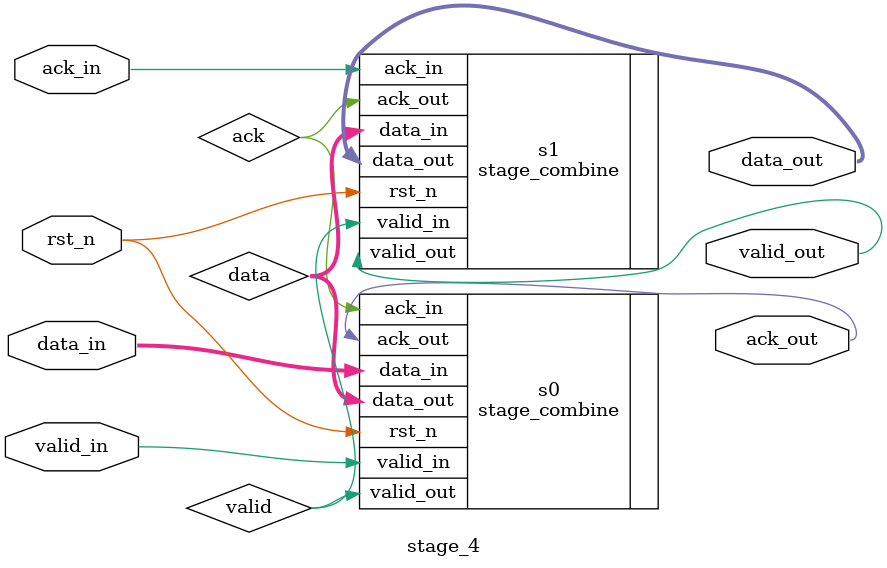
<source format=v>
`timescale 1ns / 1ps


module stage_4(
    rst_n,
    valid_in,
    ack_in,
    data_in,
    data_out,
    ack_out,
    valid_out
    );
    parameter data_width=3;
    input rst_n;
    input valid_in;
    input ack_in;
    input [data_width-1:0] data_in;
    output [data_width-1:0] data_out;
    output ack_out;
    output valid_out;
    wire [data_width-1:0] data;
    wire valid,ack;
    stage_combine s0(
        .rst_n(rst_n),
        .valid_in(valid_in),
        .ack_in(ack),
        .data_in(data_in),
        .valid_out(valid),
        .ack_out(ack_out),
        .data_out(data) 
    );
    
    stage_combine s1(
        .rst_n(rst_n),
        .valid_in(valid),
        .ack_in(ack_in),
        .data_in(data),
        .valid_out(valid_out),
        .ack_out(ack),
        .data_out(data_out)
    );
endmodule

</source>
